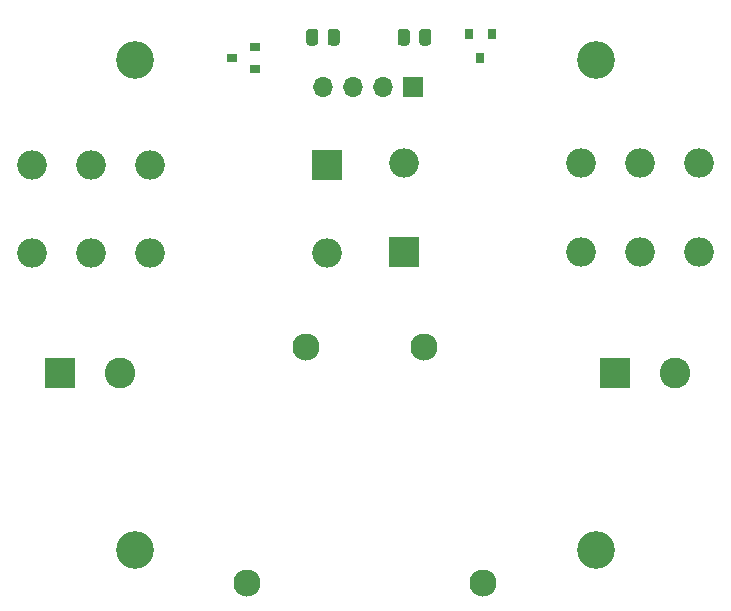
<source format=gbr>
%TF.GenerationSoftware,KiCad,Pcbnew,(5.1.7)-1*%
%TF.CreationDate,2021-02-24T18:30:15+01:00*%
%TF.ProjectId,Temperature-controller-with-ESP8266,54656d70-6572-4617-9475-72652d636f6e,rev?*%
%TF.SameCoordinates,Original*%
%TF.FileFunction,Soldermask,Top*%
%TF.FilePolarity,Negative*%
%FSLAX46Y46*%
G04 Gerber Fmt 4.6, Leading zero omitted, Abs format (unit mm)*
G04 Created by KiCad (PCBNEW (5.1.7)-1) date 2021-02-24 18:30:15*
%MOMM*%
%LPD*%
G01*
G04 APERTURE LIST*
%ADD10R,2.500000X2.500000*%
%ADD11O,2.500000X2.500000*%
%ADD12R,0.800000X0.900000*%
%ADD13R,1.700000X1.700000*%
%ADD14O,1.700000X1.700000*%
%ADD15C,3.200000*%
%ADD16R,0.900000X0.800000*%
%ADD17C,2.600000*%
%ADD18R,2.600000X2.600000*%
%ADD19C,2.300000*%
G04 APERTURE END LIST*
D10*
%TO.C,RL2*%
X149479000Y-54483000D03*
D11*
X134479000Y-54483000D03*
X129479000Y-54483000D03*
X124479000Y-54483000D03*
X124479000Y-61983000D03*
X129479000Y-61983000D03*
X134479000Y-61983000D03*
X149479000Y-61983000D03*
%TD*%
%TO.C,R13*%
G36*
G01*
X156445000Y-43237998D02*
X156445000Y-44138002D01*
G75*
G02*
X156195002Y-44388000I-249998J0D01*
G01*
X155669998Y-44388000D01*
G75*
G02*
X155420000Y-44138002I0J249998D01*
G01*
X155420000Y-43237998D01*
G75*
G02*
X155669998Y-42988000I249998J0D01*
G01*
X156195002Y-42988000D01*
G75*
G02*
X156445000Y-43237998I0J-249998D01*
G01*
G37*
G36*
G01*
X158270000Y-43237998D02*
X158270000Y-44138002D01*
G75*
G02*
X158020002Y-44388000I-249998J0D01*
G01*
X157494998Y-44388000D01*
G75*
G02*
X157245000Y-44138002I0J249998D01*
G01*
X157245000Y-43237998D01*
G75*
G02*
X157494998Y-42988000I249998J0D01*
G01*
X158020002Y-42988000D01*
G75*
G02*
X158270000Y-43237998I0J-249998D01*
G01*
G37*
%TD*%
%TO.C,RL1*%
X155956000Y-54349000D03*
X170956000Y-54349000D03*
X175956000Y-54349000D03*
X180956000Y-54349000D03*
X180956000Y-61849000D03*
X175956000Y-61849000D03*
X170956000Y-61849000D03*
D10*
X155956000Y-61849000D03*
%TD*%
D12*
%TO.C,Q3*%
X162433000Y-45450000D03*
X161483000Y-43450000D03*
X163383000Y-43450000D03*
%TD*%
D13*
%TO.C,J3*%
X156718000Y-47879000D03*
D14*
X154178000Y-47879000D03*
X151638000Y-47879000D03*
X149098000Y-47879000D03*
%TD*%
D15*
%TO.C,H5*%
X133223000Y-45593000D03*
%TD*%
%TO.C,H6*%
X172212000Y-45593000D03*
%TD*%
%TO.C,H7*%
X133223000Y-87122000D03*
%TD*%
%TO.C,H8*%
X172212000Y-87122000D03*
%TD*%
D16*
%TO.C,Q4*%
X143367000Y-46416000D03*
X143367000Y-44516000D03*
X141367000Y-45466000D03*
%TD*%
%TO.C,R12*%
G36*
G01*
X147673000Y-44138002D02*
X147673000Y-43237998D01*
G75*
G02*
X147922998Y-42988000I249998J0D01*
G01*
X148448002Y-42988000D01*
G75*
G02*
X148698000Y-43237998I0J-249998D01*
G01*
X148698000Y-44138002D01*
G75*
G02*
X148448002Y-44388000I-249998J0D01*
G01*
X147922998Y-44388000D01*
G75*
G02*
X147673000Y-44138002I0J249998D01*
G01*
G37*
G36*
G01*
X149498000Y-44138002D02*
X149498000Y-43237998D01*
G75*
G02*
X149747998Y-42988000I249998J0D01*
G01*
X150273002Y-42988000D01*
G75*
G02*
X150523000Y-43237998I0J-249998D01*
G01*
X150523000Y-44138002D01*
G75*
G02*
X150273002Y-44388000I-249998J0D01*
G01*
X149747998Y-44388000D01*
G75*
G02*
X149498000Y-44138002I0J249998D01*
G01*
G37*
%TD*%
D17*
%TO.C,J7*%
X131953000Y-72136000D03*
D18*
X126873000Y-72136000D03*
%TD*%
%TO.C,J8*%
X173863000Y-72136000D03*
D17*
X178943000Y-72136000D03*
%TD*%
D19*
%TO.C,PS1*%
X147654000Y-69883000D03*
X142654000Y-89883000D03*
X162654000Y-89883000D03*
X157654000Y-69883000D03*
%TD*%
M02*

</source>
